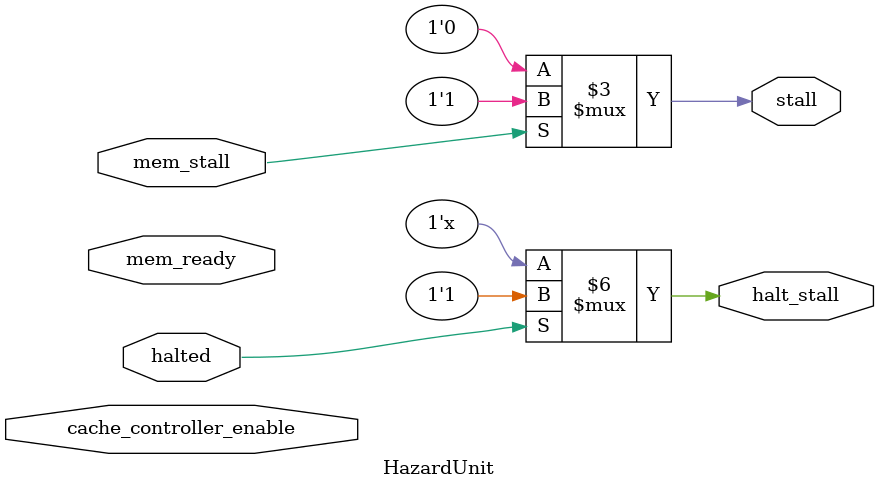
<source format=v>
module HazardUnit(
    input halted,
    input mem_stall,
    input cache_controller_enable,
    input mem_ready,
    output reg halt_stall,
    output reg stall
);



    /* verilator lint_off LATCH */
    always @(halted, cache_controller_enable, mem_ready)
    begin
        if (halted)
            halt_stall = 1;

        if(mem_stall)
        begin
            stall = 1;
        end
        else
        begin
            stall = 0;
        end
    end


endmodule
</source>
